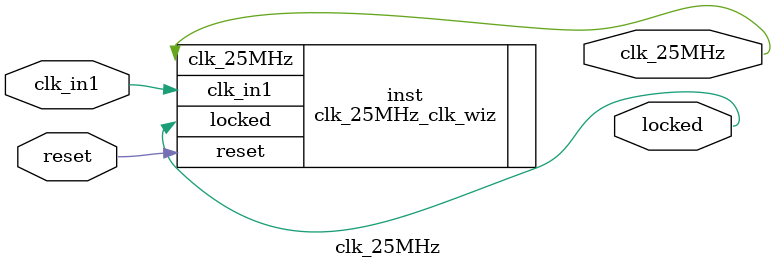
<source format=v>


`timescale 1ps/1ps

(* CORE_GENERATION_INFO = "clk_25MHz,clk_wiz_v6_0_16_0_0,{component_name=clk_25MHz,use_phase_alignment=true,use_min_o_jitter=false,use_max_i_jitter=false,use_dyn_phase_shift=false,use_inclk_switchover=false,use_dyn_reconfig=false,enable_axi=0,feedback_source=FDBK_AUTO,PRIMITIVE=PLL,num_out_clk=1,clkin1_period=10.000,clkin2_period=10.000,use_power_down=false,use_reset=true,use_locked=true,use_inclk_stopped=false,feedback_type=SINGLE,CLOCK_MGR_TYPE=NA,manual_override=false}" *)

module clk_25MHz 
 (
  // Clock out ports
  output        clk_25MHz,
  // Status and control signals
  input         reset,
  output        locked,
 // Clock in ports
  input         clk_in1
 );

  clk_25MHz_clk_wiz inst
  (
  // Clock out ports  
  .clk_25MHz(clk_25MHz),
  // Status and control signals               
  .reset(reset), 
  .locked(locked),
 // Clock in ports
  .clk_in1(clk_in1)
  );

endmodule

</source>
